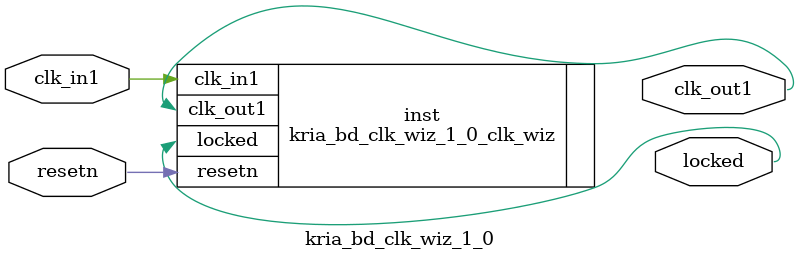
<source format=v>


`timescale 1ps/1ps

(* CORE_GENERATION_INFO = "kria_bd_clk_wiz_1_0,clk_wiz_v6_0_11_0_0,{component_name=kria_bd_clk_wiz_1_0,use_phase_alignment=false,use_min_o_jitter=false,use_max_i_jitter=false,use_dyn_phase_shift=false,use_inclk_switchover=false,use_dyn_reconfig=false,enable_axi=0,feedback_source=FDBK_AUTO,PRIMITIVE=MMCM,num_out_clk=1,clkin1_period=10.000,clkin2_period=10.000,use_power_down=false,use_reset=true,use_locked=true,use_inclk_stopped=false,feedback_type=SINGLE,CLOCK_MGR_TYPE=NA,manual_override=false}" *)

module kria_bd_clk_wiz_1_0 
 (
  // Clock out ports
  output        clk_out1,
  // Status and control signals
  input         resetn,
  output        locked,
 // Clock in ports
  input         clk_in1
 );

  kria_bd_clk_wiz_1_0_clk_wiz inst
  (
  // Clock out ports  
  .clk_out1(clk_out1),
  // Status and control signals               
  .resetn(resetn), 
  .locked(locked),
 // Clock in ports
  .clk_in1(clk_in1)
  );

endmodule

</source>
